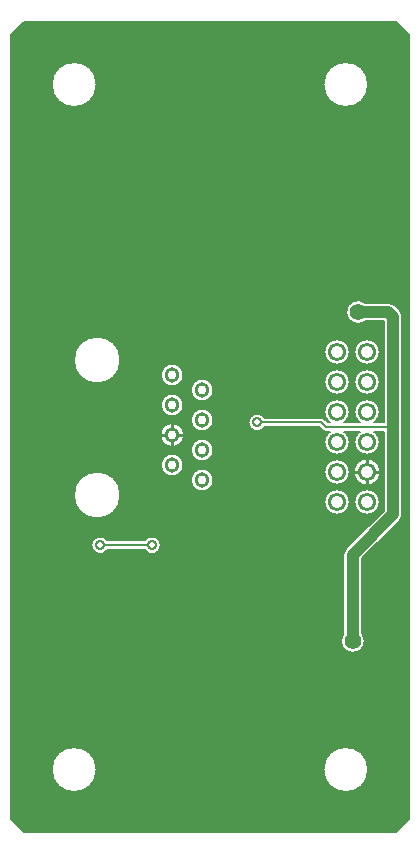
<source format=gbr>
G04 DesignSpark PCB PRO Gerber Version 10.0 Build 5299*
G04 #@! TF.Part,Single*
G04 #@! TF.FileFunction,Copper,L2,Bot*
G04 #@! TF.FilePolarity,Positive*
%FSLAX35Y35*%
%MOIN*%
%ADD10C,0.00787*%
%ADD11C,0.01000*%
G04 #@! TA.AperFunction,ViaPad*
%ADD12C,0.03543X0.01969*%
G04 #@! TD.AperFunction*
%ADD13C,0.03937*%
G04 #@! TA.AperFunction,ComponentPad*
%ADD16C,0.05130X0.02992*%
G04 #@! TA.AperFunction,ViaPad*
%ADD14C,0.05600X0.03200*%
G04 #@! TA.AperFunction,ComponentPad*
%ADD15C,0.06102X0.04094*%
G04 #@! TD.AperFunction*
X0Y0D02*
D02*
D10*
X6974Y268984D02*
Y7394D01*
X11331Y3037D01*
X135126D01*
X139482Y7394D01*
Y268984D01*
X135126Y273341D01*
X11331D01*
X6974Y268984D01*
X20472Y24016D02*
G75*
G02*
X35433I7480J0D01*
G01*
G75*
G02*
X20472I-7480J0D01*
G01*
Y252362D02*
G75*
G02*
X35433I7480J0D01*
G01*
G75*
G02*
X20472I-7480J0D01*
G01*
X27854Y115508D02*
G75*
G02*
X43406I7776J0D01*
G01*
G75*
G02*
X27854I-7776J0D01*
G01*
X51439Y100394D02*
G75*
G02*
X56890Y98819I2498J-1575D01*
G01*
G75*
G02*
X51439Y97244I-2953J0D01*
G01*
X39112D01*
G75*
G02*
X33661Y98819I-2498J1575D01*
G01*
G75*
G02*
X39112Y100394I2953J0D01*
G01*
X51439D01*
X27854Y160516D02*
G75*
G02*
X43406I7776J0D01*
G01*
G75*
G02*
X27854I-7776J0D01*
G01*
X56671Y135512D02*
G75*
G02*
X64589I3959J0D01*
G01*
G75*
G02*
X56671I-3959J0D01*
G01*
X56884Y125512D02*
G75*
G02*
X64376I3746J0D01*
G01*
G75*
G02*
X56884I-3746J0D01*
G01*
Y145512D02*
G75*
G02*
X64376I3746J0D01*
G01*
G75*
G02*
X56884I-3746J0D01*
G01*
Y155512D02*
G75*
G02*
X64376I3746J0D01*
G01*
G75*
G02*
X56884I-3746J0D01*
G01*
X66884Y120512D02*
G75*
G02*
X74376I3746J0D01*
G01*
G75*
G02*
X66884I-3746J0D01*
G01*
Y130512D02*
G75*
G02*
X74376I3746J0D01*
G01*
G75*
G02*
X66884I-3746J0D01*
G01*
Y140512D02*
G75*
G02*
X74376I3746J0D01*
G01*
G75*
G02*
X66884I-3746J0D01*
G01*
Y150512D02*
G75*
G02*
X74376I3746J0D01*
G01*
G75*
G02*
X66884I-3746J0D01*
G01*
X137402Y174941D02*
G75*
G02*
Y174940I-1327J0D01*
G01*
G75*
G02*
Y174937I-1195J-2D01*
G01*
Y109055D01*
G75*
G02*
X136476Y106825I-3150J0D01*
G01*
X124016Y94365D01*
Y69364D01*
G75*
G02*
X124847Y66929I-3150J-2435D01*
G01*
G75*
G02*
X116885I-3981J0D01*
G01*
G75*
G02*
X117717Y69364I3981J0D01*
G01*
Y95669D01*
G75*
G02*
X118642Y97899I3150J0D01*
G01*
X131102Y110360D01*
Y136614D01*
X128076D01*
G75*
G02*
X129823Y133189I-2486J-3426D01*
G01*
G75*
G02*
X121358I-4232J0D01*
G01*
G75*
G02*
X123105Y136614I4232J0D01*
G01*
X118076D01*
G75*
G02*
X119823Y133189I-2486J-3426D01*
G01*
G75*
G02*
X111358I-4232J0D01*
G01*
G75*
G02*
X113105Y136614I4232J0D01*
G01*
X111813D01*
G75*
G02*
X110698Y137076I-2J1575D01*
G01*
X109627Y138146D01*
X91474D01*
G75*
G02*
X86024Y139720I-2498J1575D01*
G01*
G75*
G02*
X91474Y141295I2953J0D01*
G01*
X110277D01*
G75*
G02*
X111393Y140834I2J-1575D01*
G01*
X112463Y139764D01*
X113105D01*
G75*
G02*
X111358Y143189I2486J3426D01*
G01*
G75*
G02*
X119823I4232J0D01*
G01*
G75*
G02*
X118076Y139764I-4232J0D01*
G01*
X123105D01*
G75*
G02*
X121358Y143189I2486J3426D01*
G01*
G75*
G02*
X129823I4232J0D01*
G01*
G75*
G02*
X128076Y139764I-4232J0D01*
G01*
X131102D01*
Y173366D01*
X125014D01*
G75*
G02*
X118598Y176516I-2435J3150D01*
G01*
G75*
G02*
X125014Y179665I3981J0D01*
G01*
X132673D01*
G75*
G02*
X134904Y178743I4J-3150D01*
G01*
X136479Y177168D01*
G75*
G02*
X137402Y174941I-2227J-2227D01*
G01*
X121358Y153189D02*
G75*
G02*
X129823I4232J0D01*
G01*
G75*
G02*
X121358I-4232J0D01*
G01*
Y163189D02*
G75*
G02*
X129823I4232J0D01*
G01*
G75*
G02*
X121358I-4232J0D01*
G01*
X121146Y123189D02*
G75*
G02*
X130035I4445J0D01*
G01*
G75*
G02*
X121146I-4445J0D01*
G01*
X121358Y113189D02*
G75*
G02*
X129823I4232J0D01*
G01*
G75*
G02*
X121358I-4232J0D01*
G01*
X111024Y24016D02*
G75*
G02*
X125984I7480J0D01*
G01*
G75*
G02*
X111024I-7480J0D01*
G01*
X111358Y113189D02*
G75*
G02*
X119823I4232J0D01*
G01*
G75*
G02*
X111358I-4232J0D01*
G01*
Y123189D02*
G75*
G02*
X119823I4232J0D01*
G01*
G75*
G02*
X111358I-4232J0D01*
G01*
X111024Y252362D02*
G75*
G02*
X125984I7480J0D01*
G01*
G75*
G02*
X111024I-7480J0D01*
G01*
X111358Y153189D02*
G75*
G02*
X119823I4232J0D01*
G01*
G75*
G02*
X111358I-4232J0D01*
G01*
Y163189D02*
G75*
G02*
X119823I4232J0D01*
G01*
G75*
G02*
X111358I-4232J0D01*
G01*
X7368Y24016D02*
G36*
X7368Y24016D02*
Y7000D01*
X10937Y3431D01*
X135519D01*
X139089Y7000D01*
Y24016D01*
X125984D01*
G75*
G02*
X111024I-7480J0D01*
G01*
X35433D01*
G75*
G02*
X20472I-7480J0D01*
G01*
X7368D01*
G37*
Y98819D02*
G36*
X7368Y98819D02*
Y24016D01*
X20472D01*
G75*
G02*
X35433I7480J0D01*
G01*
X111024D01*
G75*
G02*
X125984I7480J0D01*
G01*
X139089D01*
Y98819D01*
X128470D01*
X124016Y94365D01*
Y69364D01*
G75*
G02*
X124847Y66929I-3152J-2436D01*
G01*
G75*
G02*
X116885I-3981J0D01*
G01*
G75*
G02*
X117717Y69364I3984J-1D01*
G01*
Y95669D01*
G75*
G02*
X118642Y97899I3151J0D01*
G01*
X119561Y98819D01*
X56890D01*
G75*
G02*
X51439Y97244I-2953J0D01*
G01*
X39112D01*
G75*
G02*
X33661Y98819I-2498J1575D01*
G01*
X7368D01*
G37*
Y115508D02*
G36*
X7368Y115508D02*
Y98819D01*
X33661D01*
G75*
G02*
X39112Y100394I2953J0D01*
G01*
X51439D01*
G75*
G02*
X56890Y98819I2498J-1575D01*
G01*
X119561D01*
X131102Y110360D01*
Y115508D01*
X129131D01*
G75*
G02*
X129823Y113189I-3541J-2319D01*
G01*
G75*
G02*
X121358I-4232J0D01*
G01*
G75*
G02*
X122050Y115508I4232J0D01*
G01*
X119131D01*
G75*
G02*
X119823Y113189I-3541J-2319D01*
G01*
G75*
G02*
X111358I-4232J0D01*
G01*
G75*
G02*
X112050Y115508I4232J0D01*
G01*
X43406D01*
G75*
G02*
X27854I-7776J0D01*
G01*
X7368D01*
G37*
X136476Y106825D02*
G36*
X136476Y106825D02*
X128470Y98819D01*
X139089D01*
Y115508D01*
X137402D01*
Y109055D01*
G75*
G02*
X136476Y106825I-3151J0D01*
G01*
G37*
X7368Y120512D02*
G36*
X7368Y120512D02*
Y115508D01*
X27854D01*
G75*
G02*
X29678Y120512I7776J0D01*
G01*
X7368D01*
G37*
X41581D02*
G36*
X41581Y120512D02*
G75*
G02*
X43406Y115508I-5952J-5004D01*
G01*
X112050D01*
G75*
G02*
X119131I3541J-2319D01*
G01*
X122050D01*
G75*
G02*
X129131I3541J-2319D01*
G01*
X131102D01*
Y120512D01*
X129139D01*
G75*
G02*
X122043I-3548J2677D01*
G01*
X118869D01*
G75*
G02*
X112313I-3278J2677D01*
G01*
X74376D01*
G75*
G02*
X66884I-3746J0D01*
G01*
X41581D01*
G37*
X137402D02*
G36*
X137402Y120512D02*
Y115508D01*
X139089D01*
Y120512D01*
X137402D01*
G37*
X7368Y125512D02*
G36*
X7368Y125512D02*
Y120512D01*
X29678D01*
G75*
G02*
X41581I5952J-5004D01*
G01*
X66884D01*
G75*
G02*
X74376I3746J0D01*
G01*
X112313D01*
G75*
G02*
X111358Y123189I3278J2677D01*
G01*
G75*
G02*
X112053Y125512I4232J0D01*
G01*
X64376D01*
G75*
G02*
X56884I-3746J0D01*
G01*
X7368D01*
G37*
X119823Y123189D02*
G36*
X119823Y123189D02*
G75*
G02*
X118869Y120512I-4232J0D01*
G01*
X122043D01*
G75*
G02*
X121146Y123189I3548J2678D01*
G01*
G75*
G02*
X121801Y125512I4445J0D01*
G01*
X119128D01*
G75*
G02*
X119823Y123189I-3538J-2323D01*
G01*
G37*
X130035D02*
G36*
X130035Y123189D02*
G75*
G02*
X129139Y120512I-4445J0D01*
G01*
X131102D01*
Y125512D01*
X129380D01*
G75*
G02*
X130035Y123189I-3790J-2323D01*
G01*
G37*
X137402Y125512D02*
G36*
X137402Y125512D02*
Y120512D01*
X139089D01*
Y125512D01*
X137402D01*
G37*
X7368Y130512D02*
G36*
X7368Y130512D02*
Y125512D01*
X56884D01*
G75*
G02*
X64376I3746J0D01*
G01*
X112053D01*
G75*
G02*
X119128I3538J-2323D01*
G01*
X121801D01*
G75*
G02*
X129380I3790J-2323D01*
G01*
X131102D01*
Y130512D01*
X128869D01*
G75*
G02*
X122313I-3278J2677D01*
G01*
X118869D01*
G75*
G02*
X112313I-3278J2677D01*
G01*
X74376D01*
G75*
G02*
X66884I-3746J0D01*
G01*
X7368D01*
G37*
X137402D02*
G36*
X137402Y130512D02*
Y125512D01*
X139089D01*
Y130512D01*
X137402D01*
G37*
X7368Y135512D02*
G36*
X7368Y135512D02*
Y130512D01*
X66884D01*
G75*
G02*
X74376I3746J0D01*
G01*
X112313D01*
G75*
G02*
X111358Y133189I3278J2677D01*
G01*
G75*
G02*
X112053Y135512I4232J0D01*
G01*
X64589D01*
G75*
G02*
X56671I-3959J0D01*
G01*
X7368D01*
G37*
X119823Y133189D02*
G36*
X119823Y133189D02*
G75*
G02*
X118869Y130512I-4232J0D01*
G01*
X122313D01*
G75*
G02*
X121358Y133189I3278J2677D01*
G01*
G75*
G02*
X122053Y135512I4232J0D01*
G01*
X119128D01*
G75*
G02*
X119823Y133189I-3538J-2323D01*
G01*
G37*
X129823D02*
G36*
X129823Y133189D02*
G75*
G02*
X128869Y130512I-4232J0D01*
G01*
X131102D01*
Y135512D01*
X129128D01*
G75*
G02*
X129823Y133189I-3538J-2323D01*
G01*
G37*
X137402Y135512D02*
G36*
X137402Y135512D02*
Y130512D01*
X139089D01*
Y135512D01*
X137402D01*
G37*
X7368Y140512D02*
G36*
X7368Y140512D02*
Y135512D01*
X56671D01*
G75*
G02*
X64589I3959J0D01*
G01*
X112053D01*
G75*
G02*
X113105Y136614I3537J-2322D01*
G01*
X111813D01*
G75*
G02*
X110698Y137076I-2J1576D01*
G01*
X109627Y138146D01*
X91474D01*
G75*
G02*
X86024Y139720I-2498J1575D01*
G01*
G75*
G02*
X86131Y140512I2953J0D01*
G01*
X74376D01*
G75*
G02*
X66884I-3746J0D01*
G01*
X7368D01*
G37*
X112313D02*
G36*
X112313Y140512D02*
X111715D01*
X112463Y139764D01*
X113105D01*
G75*
G02*
X112313Y140512I2485J3426D01*
G01*
G37*
X118869D02*
G36*
X118869Y140512D02*
G75*
G02*
X118076Y139764I-3278J2678D01*
G01*
X123105D01*
G75*
G02*
X122313Y140512I2485J3426D01*
G01*
X118869D01*
G37*
X118076Y136614D02*
G36*
X118076Y136614D02*
G75*
G02*
X119128Y135512I-2485J-3425D01*
G01*
X122053D01*
G75*
G02*
X123105Y136614I3537J-2322D01*
G01*
X118076D01*
G37*
X128869Y140512D02*
G36*
X128869Y140512D02*
G75*
G02*
X128076Y139764I-3278J2678D01*
G01*
X131102D01*
Y140512D01*
X128869D01*
G37*
X128076Y136614D02*
G36*
X128076Y136614D02*
G75*
G02*
X129128Y135512I-2485J-3425D01*
G01*
X131102D01*
Y136614D01*
X128076D01*
G37*
X137402Y140512D02*
G36*
X137402Y140512D02*
Y135512D01*
X139089D01*
Y140512D01*
X137402D01*
G37*
X7368Y145512D02*
G36*
X7368Y145512D02*
Y140512D01*
X66884D01*
G75*
G02*
X74376I3746J0D01*
G01*
X86131D01*
G75*
G02*
X91474Y141295I2845J-791D01*
G01*
X110277D01*
G75*
G02*
X111393Y140834I2J-1576D01*
G01*
X111715Y140512D01*
X112313D01*
G75*
G02*
X111358Y143189I3278J2677D01*
G01*
G75*
G02*
X112053Y145512I4232J0D01*
G01*
X64376D01*
G75*
G02*
X56884I-3746J0D01*
G01*
X7368D01*
G37*
X119128D02*
G36*
X119128Y145512D02*
G75*
G02*
X119823Y143189I-3538J-2323D01*
G01*
G75*
G02*
X118869Y140512I-4232J0D01*
G01*
X122313D01*
G75*
G02*
X121358Y143189I3278J2677D01*
G01*
G75*
G02*
X122053Y145512I4232J0D01*
G01*
X119128D01*
G37*
X129128D02*
G36*
X129128Y145512D02*
G75*
G02*
X129823Y143189I-3538J-2323D01*
G01*
G75*
G02*
X128869Y140512I-4232J0D01*
G01*
X131102D01*
Y145512D01*
X129128D01*
G37*
X137402D02*
G36*
X137402Y145512D02*
Y140512D01*
X139089D01*
Y145512D01*
X137402D01*
G37*
X7368Y150512D02*
G36*
X7368Y150512D02*
Y145512D01*
X56884D01*
G75*
G02*
X64376I3746J0D01*
G01*
X112053D01*
G75*
G02*
X119128I3538J-2323D01*
G01*
X122053D01*
G75*
G02*
X129128I3538J-2323D01*
G01*
X131102D01*
Y150512D01*
X128869D01*
G75*
G02*
X122313I-3278J2677D01*
G01*
X118869D01*
G75*
G02*
X112313I-3278J2677D01*
G01*
X74376D01*
G75*
G02*
X66884I-3746J0D01*
G01*
X7368D01*
G37*
X137402D02*
G36*
X137402Y150512D02*
Y145512D01*
X139089D01*
Y150512D01*
X137402D01*
G37*
X7368Y155512D02*
G36*
X7368Y155512D02*
Y150512D01*
X66884D01*
G75*
G02*
X74376I3746J0D01*
G01*
X112313D01*
G75*
G02*
X111358Y153189I3278J2677D01*
G01*
G75*
G02*
X112053Y155512I4232J0D01*
G01*
X64376D01*
G75*
G02*
X56884I-3746J0D01*
G01*
X41581D01*
G75*
G02*
X29678I-5952J5004D01*
G01*
X7368D01*
G37*
X119823Y153189D02*
G36*
X119823Y153189D02*
G75*
G02*
X118869Y150512I-4232J0D01*
G01*
X122313D01*
G75*
G02*
X121358Y153189I3278J2677D01*
G01*
G75*
G02*
X122053Y155512I4232J0D01*
G01*
X119128D01*
G75*
G02*
X119823Y153189I-3538J-2323D01*
G01*
G37*
X129823D02*
G36*
X129823Y153189D02*
G75*
G02*
X128869Y150512I-4232J0D01*
G01*
X131102D01*
Y155512D01*
X129128D01*
G75*
G02*
X129823Y153189I-3538J-2323D01*
G01*
G37*
X137402Y155512D02*
G36*
X137402Y155512D02*
Y150512D01*
X139089D01*
Y155512D01*
X137402D01*
G37*
X7368Y160516D02*
G36*
X7368Y160516D02*
Y155512D01*
X29678D01*
G75*
G02*
X27854Y160516I5952J5004D01*
G01*
X7368D01*
G37*
X43406D02*
G36*
X43406Y160516D02*
G75*
G02*
X41581Y155512I-7776J0D01*
G01*
X56884D01*
G75*
G02*
X64376I3746J0D01*
G01*
X112053D01*
G75*
G02*
X119128I3538J-2323D01*
G01*
X122053D01*
G75*
G02*
X129128I3538J-2323D01*
G01*
X131102D01*
Y160516D01*
X128872D01*
G75*
G02*
X122309I-3281J2673D01*
G01*
X118872D01*
G75*
G02*
X112309I-3281J2673D01*
G01*
X43406D01*
G37*
X137402D02*
G36*
X137402Y160516D02*
Y155512D01*
X139089D01*
Y160516D01*
X137402D01*
G37*
X7368Y252362D02*
G36*
X7368Y252362D02*
Y160516D01*
X27854D01*
G75*
G02*
X43406I7776J0D01*
G01*
X112309D01*
G75*
G02*
X111358Y163189I3281J2673D01*
G01*
G75*
G02*
X119823I4232J0D01*
G01*
G75*
G02*
X118872Y160516I-4232J0D01*
G01*
X122309D01*
G75*
G02*
X121358Y163189I3281J2673D01*
G01*
G75*
G02*
X129823I4232J0D01*
G01*
G75*
G02*
X128872Y160516I-4232J0D01*
G01*
X131102D01*
Y173366D01*
X125014D01*
G75*
G02*
X118598Y176516I-2435J3150D01*
G01*
G75*
G02*
X125014Y179665I3981J0D01*
G01*
X132673D01*
G75*
G02*
X134904Y178743I4J-3152D01*
G01*
X136479Y177168D01*
G75*
G02*
X137402Y174941I-2227J-2227D01*
G01*
Y174941D01*
Y174940D01*
Y174937D01*
Y160516D01*
X139089D01*
Y252362D01*
X125984D01*
G75*
G02*
X111024I-7480J0D01*
G01*
X35433D01*
G75*
G02*
X20472I-7480J0D01*
G01*
X7368D01*
G37*
Y269378D02*
G36*
X7368Y269378D02*
Y252362D01*
X20472D01*
G75*
G02*
X35433I7480J0D01*
G01*
X111024D01*
G75*
G02*
X125984I7480J0D01*
G01*
X139089D01*
Y269378D01*
X135519Y272947D01*
X10937D01*
X7368Y269378D01*
G37*
X37992Y98819D02*
X52559D01*
X90354Y139720D02*
X110280D01*
X111811Y138189D01*
X134252D01*
D02*
D11*
X58565Y135512D02*
X56565D01*
X60630Y133447D02*
Y131447D01*
Y137577D02*
Y139577D01*
X62695Y135512D02*
X64695D01*
X123039Y123189D02*
X121039D01*
X125591Y120638D02*
Y118638D01*
Y125740D02*
Y127740D01*
X128142Y123189D02*
X130142D01*
D02*
D12*
X18110Y42913D03*
Y68898D03*
Y94882D03*
Y120866D03*
X21654Y181102D03*
X33071Y67323D03*
Y73228D03*
X33465Y16142D03*
X35827Y176772D03*
X36614Y98819D03*
X39370Y137008D03*
X39764Y188189D03*
Y210630D03*
X45276Y103937D03*
X49213Y135039D03*
X53150Y69291D03*
X53937Y98819D03*
X59449Y16142D03*
X59843Y61811D03*
X60236Y250394D03*
X65354Y175197D03*
X77165Y98819D03*
X81890Y211811D03*
X85433Y16142D03*
Y229921D03*
Y244488D03*
X88976Y139720D03*
X91732Y172047D03*
X94488Y101575D03*
X96063Y164961D03*
X96850Y151575D03*
X99606Y172047D03*
X102756Y52362D03*
X104331Y265354D03*
X110236Y96063D03*
X111417Y16142D03*
X131102Y37795D03*
X133465Y228346D03*
D02*
D13*
X134252Y138189D02*
Y109055D01*
X120866Y95669D01*
Y66929D01*
X134252Y138189D02*
Y174941D01*
X132677Y176516D01*
X122579D01*
D02*
D14*
X120866Y66929D03*
X122579Y176516D03*
D02*
D15*
X115591Y113189D03*
Y123189D03*
Y133189D03*
Y143189D03*
Y153189D03*
Y163189D03*
X125591Y113189D03*
Y123189D03*
Y133189D03*
Y143189D03*
Y153189D03*
Y163189D03*
D02*
D16*
X60630Y125512D03*
Y135512D03*
Y145512D03*
Y155512D03*
X70630Y120512D03*
Y130512D03*
Y140512D03*
Y150512D03*
X0Y0D02*
M02*

</source>
